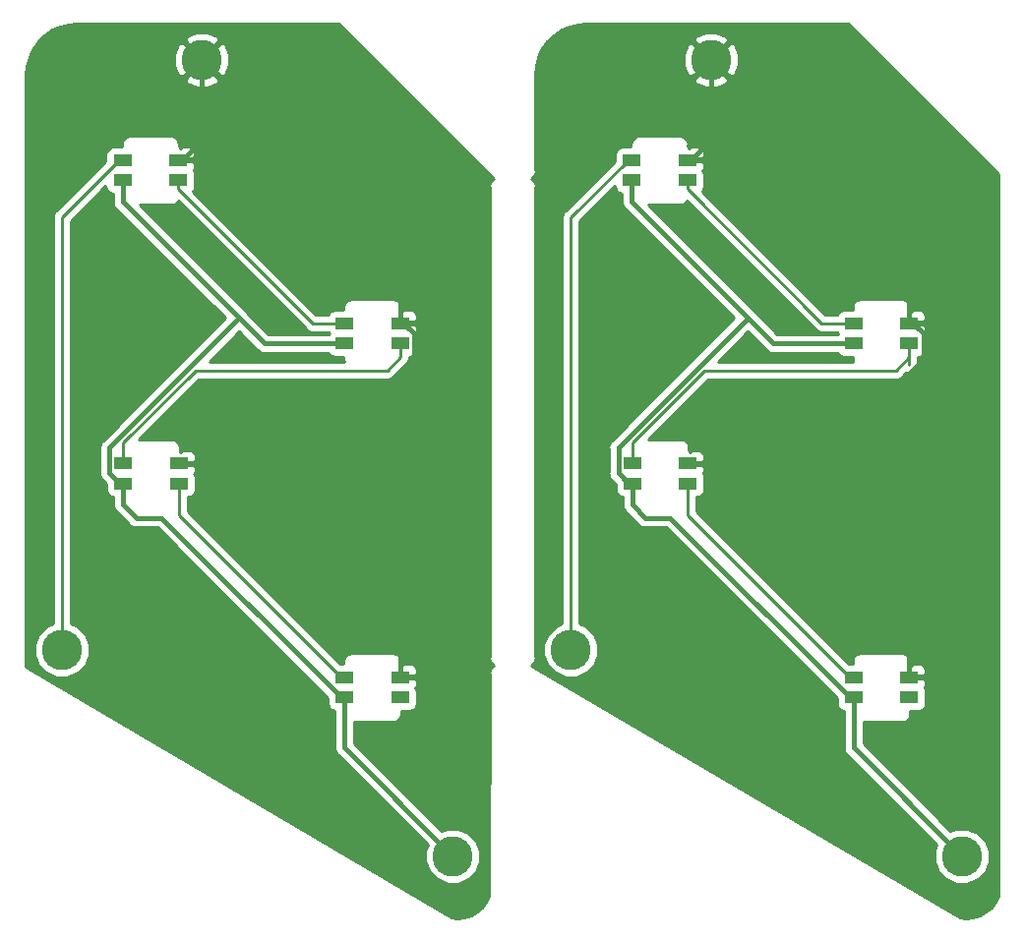
<source format=gbl>
G04 #@! TF.GenerationSoftware,KiCad,Pcbnew,5.0.2-bee76a0~70~ubuntu18.04.1*
G04 #@! TF.CreationDate,2019-07-23T02:31:20+09:00*
G04 #@! TF.ProjectId,shieldL,73686965-6c64-44c2-9e6b-696361645f70,rev?*
G04 #@! TF.SameCoordinates,Original*
G04 #@! TF.FileFunction,Copper,L2,Bot*
G04 #@! TF.FilePolarity,Positive*
%FSLAX46Y46*%
G04 Gerber Fmt 4.6, Leading zero omitted, Abs format (unit mm)*
G04 Created by KiCad (PCBNEW 5.0.2-bee76a0~70~ubuntu18.04.1) date 2019年07月23日 02時31分20秒*
%MOMM*%
%LPD*%
G01*
G04 APERTURE LIST*
G04 #@! TA.AperFunction,SMDPad,CuDef*
%ADD10R,1.600000X1.000000*%
G04 #@! TD*
G04 #@! TA.AperFunction,ComponentPad*
%ADD11C,3.470000*%
G04 #@! TD*
G04 #@! TA.AperFunction,ViaPad*
%ADD12C,0.800000*%
G04 #@! TD*
G04 #@! TA.AperFunction,Conductor*
%ADD13C,0.400000*%
G04 #@! TD*
G04 #@! TA.AperFunction,Conductor*
%ADD14C,0.250000*%
G04 #@! TD*
G04 #@! TA.AperFunction,Conductor*
%ADD15C,0.254000*%
G04 #@! TD*
G04 APERTURE END LIST*
D10*
G04 #@! TO.P,L4,2*
G04 #@! TO.N,GND*
X132575000Y-162320000D03*
G04 #@! TO.P,L4,1*
G04 #@! TO.N,Net-(L4-Pad1)*
X132575000Y-164070000D03*
G04 #@! TO.P,L4,4*
G04 #@! TO.N,VCC*
X127775000Y-164070000D03*
G04 #@! TO.P,L4,3*
G04 #@! TO.N,Net-(L3-Pad1)*
X127775000Y-162320000D03*
G04 #@! TD*
D11*
G04 #@! TO.P,J5,1*
G04 #@! TO.N,GND*
X115516029Y-109146055D03*
G04 #@! TD*
D10*
G04 #@! TO.P,L3,2*
G04 #@! TO.N,GND*
X113525000Y-143905000D03*
G04 #@! TO.P,L3,1*
G04 #@! TO.N,Net-(L3-Pad1)*
X113525000Y-145655000D03*
G04 #@! TO.P,L3,4*
G04 #@! TO.N,VCC*
X108725000Y-145655000D03*
G04 #@! TO.P,L3,3*
G04 #@! TO.N,Net-(L2-Pad1)*
X108725000Y-143905000D03*
G04 #@! TD*
D11*
G04 #@! TO.P,J3,1*
G04 #@! TO.N,LED*
X103451029Y-159946055D03*
G04 #@! TD*
D10*
G04 #@! TO.P,L1,2*
G04 #@! TO.N,GND*
X113471029Y-117796055D03*
G04 #@! TO.P,L1,1*
G04 #@! TO.N,Net-(L1-Pad1)*
X113471029Y-119546055D03*
G04 #@! TO.P,L1,4*
G04 #@! TO.N,VCC*
X108671029Y-119546055D03*
G04 #@! TO.P,L1,3*
G04 #@! TO.N,LED*
X108671029Y-117796055D03*
G04 #@! TD*
G04 #@! TO.P,L2,2*
G04 #@! TO.N,GND*
X132575000Y-131840000D03*
G04 #@! TO.P,L2,1*
G04 #@! TO.N,Net-(L2-Pad1)*
X132575000Y-133590000D03*
G04 #@! TO.P,L2,4*
G04 #@! TO.N,VCC*
X127775000Y-133590000D03*
G04 #@! TO.P,L2,3*
G04 #@! TO.N,Net-(L1-Pad1)*
X127775000Y-131840000D03*
G04 #@! TD*
D11*
G04 #@! TO.P,J4,1*
G04 #@! TO.N,VCC*
X137106029Y-177726055D03*
G04 #@! TD*
D10*
G04 #@! TO.P,L3,3*
G04 #@! TO.N,Net-(L2-Pad1)*
X64910000Y-143905000D03*
G04 #@! TO.P,L3,4*
G04 #@! TO.N,VCC*
X64910000Y-145655000D03*
G04 #@! TO.P,L3,1*
G04 #@! TO.N,Net-(L3-Pad1)*
X69710000Y-145655000D03*
G04 #@! TO.P,L3,2*
G04 #@! TO.N,GND*
X69710000Y-143905000D03*
G04 #@! TD*
G04 #@! TO.P,L4,3*
G04 #@! TO.N,Net-(L3-Pad1)*
X83960000Y-162320000D03*
G04 #@! TO.P,L4,4*
G04 #@! TO.N,VCC*
X83960000Y-164070000D03*
G04 #@! TO.P,L4,1*
G04 #@! TO.N,Net-(L4-Pad1)*
X88760000Y-164070000D03*
G04 #@! TO.P,L4,2*
G04 #@! TO.N,GND*
X88760000Y-162320000D03*
G04 #@! TD*
G04 #@! TO.P,L2,3*
G04 #@! TO.N,Net-(L1-Pad1)*
X83960000Y-131840000D03*
G04 #@! TO.P,L2,4*
G04 #@! TO.N,VCC*
X83960000Y-133590000D03*
G04 #@! TO.P,L2,1*
G04 #@! TO.N,Net-(L2-Pad1)*
X88760000Y-133590000D03*
G04 #@! TO.P,L2,2*
G04 #@! TO.N,GND*
X88760000Y-131840000D03*
G04 #@! TD*
G04 #@! TO.P,L1,3*
G04 #@! TO.N,LED*
X64856029Y-117796055D03*
G04 #@! TO.P,L1,4*
G04 #@! TO.N,VCC*
X64856029Y-119546055D03*
G04 #@! TO.P,L1,1*
G04 #@! TO.N,Net-(L1-Pad1)*
X69656029Y-119546055D03*
G04 #@! TO.P,L1,2*
G04 #@! TO.N,GND*
X69656029Y-117796055D03*
G04 #@! TD*
D11*
G04 #@! TO.P,J3,1*
G04 #@! TO.N,LED*
X59636029Y-159946055D03*
G04 #@! TD*
G04 #@! TO.P,J5,1*
G04 #@! TO.N,GND*
X71701029Y-109146055D03*
G04 #@! TD*
G04 #@! TO.P,J4,1*
G04 #@! TO.N,VCC*
X93291029Y-177726055D03*
G04 #@! TD*
D12*
G04 #@! TO.N,GND*
X74930000Y-133985000D03*
X73025000Y-127000000D03*
X118745000Y-133985000D03*
X116840000Y-127000000D03*
G04 #@! TD*
D13*
G04 #@! TO.N,VCC*
X83960000Y-164970000D02*
X83960000Y-164070000D01*
X83960000Y-168395026D02*
X83960000Y-164970000D01*
X93291029Y-177726055D02*
X83960000Y-168395026D01*
X83960000Y-164070000D02*
X83660000Y-164070000D01*
X83660000Y-164070000D02*
X68180000Y-148590000D01*
X68180000Y-148590000D02*
X66040000Y-148590000D01*
X64910000Y-147460000D02*
X64910000Y-145655000D01*
X66040000Y-148590000D02*
X64910000Y-147460000D01*
X64856029Y-121371029D02*
X64856029Y-119546055D01*
X83960000Y-133590000D02*
X77075000Y-133590000D01*
X74822524Y-131445000D02*
X74930000Y-131445000D01*
X63710000Y-142557524D02*
X74822524Y-131445000D01*
X63710000Y-144755000D02*
X63710000Y-142557524D01*
X64610000Y-145655000D02*
X63710000Y-144755000D01*
X64910000Y-145655000D02*
X64610000Y-145655000D01*
X77075000Y-133590000D02*
X74930000Y-131445000D01*
X74930000Y-131445000D02*
X64856029Y-121371029D01*
X107525000Y-142557524D02*
X118637524Y-131445000D01*
X127775000Y-164970000D02*
X127775000Y-164070000D01*
X127475000Y-164070000D02*
X111995000Y-148590000D01*
X120890000Y-133590000D02*
X118745000Y-131445000D01*
X137106029Y-177726055D02*
X127775000Y-168395026D01*
X111995000Y-148590000D02*
X109855000Y-148590000D01*
X127775000Y-164070000D02*
X127475000Y-164070000D01*
X109855000Y-148590000D02*
X108725000Y-147460000D01*
X107525000Y-144755000D02*
X107525000Y-142557524D01*
X118637524Y-131445000D02*
X118745000Y-131445000D01*
X108425000Y-145655000D02*
X107525000Y-144755000D01*
X108671029Y-121371029D02*
X108671029Y-119546055D01*
X108725000Y-145655000D02*
X108425000Y-145655000D01*
X108725000Y-147460000D02*
X108725000Y-145655000D01*
X127775000Y-168395026D02*
X127775000Y-164970000D01*
X118745000Y-131445000D02*
X108671029Y-121371029D01*
X127775000Y-133590000D02*
X120890000Y-133590000D01*
D14*
G04 #@! TO.N,LED*
X64556029Y-117796055D02*
X64856029Y-117796055D01*
X59636029Y-122716055D02*
X64556029Y-117796055D01*
X59636029Y-159946055D02*
X59636029Y-122716055D01*
X103451029Y-122716055D02*
X108371029Y-117796055D01*
X103451029Y-159946055D02*
X103451029Y-122716055D01*
X108371029Y-117796055D02*
X108671029Y-117796055D01*
G04 #@! TO.N,Net-(L1-Pad1)*
X82910000Y-131840000D02*
X83960000Y-131840000D01*
X81199974Y-131840000D02*
X82910000Y-131840000D01*
X69656029Y-120296055D02*
X81199974Y-131840000D01*
X69656029Y-119546055D02*
X69656029Y-120296055D01*
X126725000Y-131840000D02*
X127775000Y-131840000D01*
X113471029Y-120296055D02*
X125014974Y-131840000D01*
X125014974Y-131840000D02*
X126725000Y-131840000D01*
X113471029Y-119546055D02*
X113471029Y-120296055D01*
D13*
G04 #@! TO.N,GND*
X69956029Y-117796055D02*
X69656029Y-117796055D01*
X71701029Y-116051055D02*
X69956029Y-117796055D01*
X71701029Y-109146055D02*
X71701029Y-116051055D01*
X88760000Y-131840000D02*
X88760000Y-130035000D01*
X73446029Y-117796055D02*
X71701029Y-116051055D01*
X76521055Y-117796055D02*
X73446029Y-117796055D01*
X88760000Y-130035000D02*
X76521055Y-117796055D01*
X89060000Y-131840000D02*
X88760000Y-131840000D01*
X89960000Y-132740000D02*
X89060000Y-131840000D01*
X89960001Y-134937475D02*
X89960000Y-132740000D01*
X80992476Y-143905000D02*
X89960001Y-134937475D01*
X69710000Y-143905000D02*
X80992476Y-143905000D01*
X80992476Y-143905000D02*
X80992476Y-152747476D01*
X88760000Y-160515000D02*
X88760000Y-162320000D01*
X80992476Y-152747476D02*
X88760000Y-160515000D01*
X115516029Y-109146055D02*
X115516029Y-116051055D01*
X113771029Y-117796055D02*
X113471029Y-117796055D01*
X132575000Y-130035000D02*
X120336055Y-117796055D01*
X120336055Y-117796055D02*
X117261029Y-117796055D01*
X124807476Y-143905000D02*
X124807476Y-152747476D01*
X124807476Y-152747476D02*
X132575000Y-160515000D01*
X132875000Y-131840000D02*
X132575000Y-131840000D01*
X133775001Y-134937475D02*
X133775000Y-132740000D01*
X113525000Y-143905000D02*
X124807476Y-143905000D01*
X117261029Y-117796055D02*
X115516029Y-116051055D01*
X124807476Y-143905000D02*
X133775001Y-134937475D01*
X133775000Y-132740000D02*
X132875000Y-131840000D01*
X132575000Y-131840000D02*
X132575000Y-130035000D01*
X115516029Y-116051055D02*
X113771029Y-117796055D01*
X132575000Y-160515000D02*
X132575000Y-162320000D01*
D14*
G04 #@! TO.N,Net-(L2-Pad1)*
X88760000Y-133590000D02*
X88760000Y-134620000D01*
X64910000Y-142100000D02*
X64910000Y-143905000D01*
X71120000Y-135890000D02*
X64910000Y-142100000D01*
X87630000Y-135890000D02*
X71120000Y-135890000D01*
X88760000Y-134620000D02*
X88760000Y-134760000D01*
X88760000Y-134760000D02*
X87630000Y-135890000D01*
X132575000Y-134620000D02*
X132575000Y-135395000D01*
X132575000Y-133590000D02*
X132575000Y-134620000D01*
X108725000Y-142100000D02*
X108725000Y-143905000D01*
X114935000Y-135890000D02*
X108725000Y-142100000D01*
X131445000Y-135890000D02*
X114935000Y-135890000D01*
X132575000Y-134620000D02*
X132575000Y-134760000D01*
X132575000Y-134760000D02*
X131445000Y-135890000D01*
G04 #@! TO.N,Net-(L3-Pad1)*
X83660000Y-162320000D02*
X83960000Y-162320000D01*
X69710000Y-148370000D02*
X83660000Y-162320000D01*
X69710000Y-145655000D02*
X69710000Y-148370000D01*
X113525000Y-148370000D02*
X127475000Y-162320000D01*
X127475000Y-162320000D02*
X127775000Y-162320000D01*
X113525000Y-145655000D02*
X113525000Y-148370000D01*
G04 #@! TD*
D15*
G04 #@! TO.N,GND*
G36*
X96512475Y-119106357D02*
X96625095Y-119274905D01*
X96782381Y-119380000D01*
X96625095Y-119485095D01*
X96462646Y-119728217D01*
X96405601Y-120015000D01*
X96445001Y-120213076D01*
X96445000Y-160585074D01*
X96431091Y-160655000D01*
X96486195Y-160932028D01*
X96643119Y-161166881D01*
X96827379Y-161290000D01*
X96761035Y-161334330D01*
X96644549Y-161411695D01*
X96643977Y-161412546D01*
X96643119Y-161413119D01*
X96564954Y-161530101D01*
X96486971Y-161646109D01*
X96486768Y-161647114D01*
X96486195Y-161647972D01*
X96458798Y-161785706D01*
X96445198Y-161853095D01*
X96445195Y-161854093D01*
X96431091Y-161925000D01*
X96444805Y-161993947D01*
X96391425Y-181138939D01*
X96168258Y-181630114D01*
X95808119Y-182117971D01*
X95354418Y-182520292D01*
X94826988Y-182819488D01*
X94248879Y-183002487D01*
X93644287Y-183061396D01*
X93139035Y-183005930D01*
X56536029Y-161445256D01*
X56536029Y-159474633D01*
X57266029Y-159474633D01*
X57266029Y-160417477D01*
X57626840Y-161288552D01*
X58293532Y-161955244D01*
X59164607Y-162316055D01*
X60107451Y-162316055D01*
X60978526Y-161955244D01*
X61645218Y-161288552D01*
X62006029Y-160417477D01*
X62006029Y-159474633D01*
X61645218Y-158603558D01*
X60978526Y-157936866D01*
X60396029Y-157695588D01*
X60396029Y-123030856D01*
X63408589Y-120018297D01*
X63408589Y-120046055D01*
X63457872Y-120293820D01*
X63598220Y-120503864D01*
X63808264Y-120644212D01*
X64021029Y-120686533D01*
X64021029Y-121288796D01*
X64004672Y-121371029D01*
X64021029Y-121453262D01*
X64021029Y-121453265D01*
X64069477Y-121696829D01*
X64254028Y-121973030D01*
X64323749Y-122019616D01*
X73695394Y-131391262D01*
X63177718Y-141908939D01*
X63108000Y-141955523D01*
X63061416Y-142025241D01*
X62923448Y-142231724D01*
X62858643Y-142557524D01*
X62875001Y-142639762D01*
X62875000Y-144672767D01*
X62858643Y-144755000D01*
X62875000Y-144837233D01*
X62875000Y-144837236D01*
X62923448Y-145080800D01*
X63107999Y-145357001D01*
X63177720Y-145403587D01*
X63462560Y-145688427D01*
X63462560Y-146155000D01*
X63511843Y-146402765D01*
X63652191Y-146612809D01*
X63862235Y-146753157D01*
X64075000Y-146795478D01*
X64075000Y-147377767D01*
X64058643Y-147460000D01*
X64075000Y-147542233D01*
X64075000Y-147542236D01*
X64123448Y-147785800D01*
X64307999Y-148062001D01*
X64377720Y-148108587D01*
X65391416Y-149122285D01*
X65437999Y-149192001D01*
X65714199Y-149376552D01*
X65957763Y-149425000D01*
X65957766Y-149425000D01*
X66039999Y-149441357D01*
X66122232Y-149425000D01*
X67834133Y-149425000D01*
X82512560Y-164103428D01*
X82512560Y-164570000D01*
X82561843Y-164817765D01*
X82702191Y-165027809D01*
X82912235Y-165168157D01*
X83125001Y-165210478D01*
X83125000Y-168312793D01*
X83108643Y-168395026D01*
X83125000Y-168477259D01*
X83125000Y-168477262D01*
X83173448Y-168720826D01*
X83357999Y-168997027D01*
X83427720Y-169043613D01*
X91131241Y-176747135D01*
X90921029Y-177254633D01*
X90921029Y-178197477D01*
X91281840Y-179068552D01*
X91948532Y-179735244D01*
X92819607Y-180096055D01*
X93762451Y-180096055D01*
X94633526Y-179735244D01*
X95300218Y-179068552D01*
X95661029Y-178197477D01*
X95661029Y-177254633D01*
X95300218Y-176383558D01*
X94633526Y-175716866D01*
X93762451Y-175356055D01*
X92819607Y-175356055D01*
X92312109Y-175566267D01*
X84795000Y-168049159D01*
X84795000Y-166155000D01*
X88040074Y-166155000D01*
X88110000Y-166168909D01*
X88179925Y-166155000D01*
X88179926Y-166155000D01*
X88387028Y-166113805D01*
X88621881Y-165956881D01*
X88778805Y-165722028D01*
X88833909Y-165445000D01*
X88820000Y-165375074D01*
X88820000Y-165217440D01*
X89560000Y-165217440D01*
X89807765Y-165168157D01*
X90017809Y-165027809D01*
X90158157Y-164817765D01*
X90207440Y-164570000D01*
X90207440Y-163570000D01*
X90158157Y-163322235D01*
X90077100Y-163200926D01*
X90098327Y-163179699D01*
X90195000Y-162946310D01*
X90195000Y-162605750D01*
X90036250Y-162447000D01*
X88887000Y-162447000D01*
X88887000Y-162467000D01*
X88820000Y-162467000D01*
X88820000Y-162173000D01*
X88887000Y-162173000D01*
X88887000Y-162193000D01*
X90036250Y-162193000D01*
X90195000Y-162034250D01*
X90195000Y-161693690D01*
X90098327Y-161460301D01*
X89919698Y-161281673D01*
X89686309Y-161185000D01*
X89045750Y-161185000D01*
X88887002Y-161343748D01*
X88887002Y-161185000D01*
X88820000Y-161185000D01*
X88820000Y-161014926D01*
X88833909Y-160945000D01*
X88778805Y-160667972D01*
X88621881Y-160433119D01*
X88387028Y-160276195D01*
X88179926Y-160235000D01*
X88110000Y-160221091D01*
X88040075Y-160235000D01*
X84679926Y-160235000D01*
X84610000Y-160221091D01*
X84540075Y-160235000D01*
X84540074Y-160235000D01*
X84332972Y-160276195D01*
X84098119Y-160433119D01*
X83941195Y-160667972D01*
X83886091Y-160945000D01*
X83900001Y-161014931D01*
X83900001Y-161172560D01*
X83587362Y-161172560D01*
X70470000Y-148055199D01*
X70470000Y-146802440D01*
X70510000Y-146802440D01*
X70757765Y-146753157D01*
X70967809Y-146612809D01*
X71108157Y-146402765D01*
X71157440Y-146155000D01*
X71157440Y-145155000D01*
X71108157Y-144907235D01*
X71027100Y-144785926D01*
X71048327Y-144764699D01*
X71145000Y-144531310D01*
X71145000Y-144190750D01*
X70986250Y-144032000D01*
X69837000Y-144032000D01*
X69837000Y-144052000D01*
X69770000Y-144052000D01*
X69770000Y-143758000D01*
X69837000Y-143758000D01*
X69837000Y-143778000D01*
X70986250Y-143778000D01*
X71145000Y-143619250D01*
X71145000Y-143278690D01*
X71048327Y-143045301D01*
X70869698Y-142866673D01*
X70636309Y-142770000D01*
X69995750Y-142770000D01*
X69837002Y-142928748D01*
X69837002Y-142770000D01*
X69770000Y-142770000D01*
X69770000Y-142599926D01*
X69783909Y-142530000D01*
X69728805Y-142252972D01*
X69571881Y-142018119D01*
X69337028Y-141861195D01*
X69129926Y-141820000D01*
X69060000Y-141806091D01*
X68990075Y-141820000D01*
X66264801Y-141820000D01*
X71434802Y-136650000D01*
X87555153Y-136650000D01*
X87630000Y-136664888D01*
X87704847Y-136650000D01*
X87704852Y-136650000D01*
X87926537Y-136605904D01*
X88177929Y-136437929D01*
X88220331Y-136374470D01*
X89244475Y-135350327D01*
X89307929Y-135307929D01*
X89350326Y-135244477D01*
X89350329Y-135244474D01*
X89475903Y-135056538D01*
X89475903Y-135056537D01*
X89475904Y-135056536D01*
X89520000Y-134834851D01*
X89520000Y-134834848D01*
X89534888Y-134760001D01*
X89530400Y-134737440D01*
X89560000Y-134737440D01*
X89807765Y-134688157D01*
X90017809Y-134547809D01*
X90158157Y-134337765D01*
X90207440Y-134090000D01*
X90207440Y-133090000D01*
X90158157Y-132842235D01*
X90077100Y-132720926D01*
X90098327Y-132699699D01*
X90195000Y-132466310D01*
X90195000Y-132125750D01*
X90036250Y-131967000D01*
X88887000Y-131967000D01*
X88887000Y-131987000D01*
X88820000Y-131987000D01*
X88820000Y-131693000D01*
X88887000Y-131693000D01*
X88887000Y-131713000D01*
X90036250Y-131713000D01*
X90195000Y-131554250D01*
X90195000Y-131213690D01*
X90098327Y-130980301D01*
X89919698Y-130801673D01*
X89686309Y-130705000D01*
X89045750Y-130705000D01*
X88887002Y-130863748D01*
X88887002Y-130705000D01*
X88820000Y-130705000D01*
X88820000Y-130534926D01*
X88833909Y-130465000D01*
X88778805Y-130187972D01*
X88621881Y-129953119D01*
X88387028Y-129796195D01*
X88179926Y-129755000D01*
X88110000Y-129741091D01*
X88040075Y-129755000D01*
X84679926Y-129755000D01*
X84610000Y-129741091D01*
X84540075Y-129755000D01*
X84540074Y-129755000D01*
X84332972Y-129796195D01*
X84098119Y-129953119D01*
X83941195Y-130187972D01*
X83886091Y-130465000D01*
X83900001Y-130534931D01*
X83900001Y-130692560D01*
X83160000Y-130692560D01*
X82912235Y-130741843D01*
X82702191Y-130882191D01*
X82570018Y-131080000D01*
X81514776Y-131080000D01*
X70923772Y-120488997D01*
X71054186Y-120293820D01*
X71103469Y-120046055D01*
X71103469Y-119046055D01*
X71054186Y-118798290D01*
X70973129Y-118676981D01*
X70994356Y-118655754D01*
X71091029Y-118422365D01*
X71091029Y-118081805D01*
X70932279Y-117923055D01*
X69783029Y-117923055D01*
X69783029Y-117943055D01*
X69716029Y-117943055D01*
X69716029Y-117649055D01*
X69783029Y-117649055D01*
X69783029Y-117669055D01*
X70932279Y-117669055D01*
X71091029Y-117510305D01*
X71091029Y-117169745D01*
X70994356Y-116936356D01*
X70815727Y-116757728D01*
X70582338Y-116661055D01*
X69941779Y-116661055D01*
X69783031Y-116819803D01*
X69783031Y-116661055D01*
X69716029Y-116661055D01*
X69716029Y-116490981D01*
X69729938Y-116421055D01*
X69674834Y-116144027D01*
X69517910Y-115909174D01*
X69283057Y-115752250D01*
X69075955Y-115711055D01*
X69006029Y-115697146D01*
X68936104Y-115711055D01*
X65575955Y-115711055D01*
X65506029Y-115697146D01*
X65436104Y-115711055D01*
X65436103Y-115711055D01*
X65229001Y-115752250D01*
X64994148Y-115909174D01*
X64837224Y-116144027D01*
X64782120Y-116421055D01*
X64796030Y-116490986D01*
X64796030Y-116648615D01*
X64056029Y-116648615D01*
X63808264Y-116697898D01*
X63598220Y-116838246D01*
X63457872Y-117048290D01*
X63408589Y-117296055D01*
X63408589Y-117868693D01*
X59151557Y-122125726D01*
X59088101Y-122168126D01*
X59045701Y-122231582D01*
X59045700Y-122231583D01*
X58920126Y-122419518D01*
X58861141Y-122716055D01*
X58876030Y-122790907D01*
X58876029Y-157695588D01*
X58293532Y-157936866D01*
X57626840Y-158603558D01*
X57266029Y-159474633D01*
X56536029Y-159474633D01*
X56536029Y-110829751D01*
X70196938Y-110829751D01*
X70385395Y-111172936D01*
X71261195Y-111522120D01*
X72203956Y-111509569D01*
X73016663Y-111172936D01*
X73205120Y-110829751D01*
X71701029Y-109325660D01*
X70196938Y-110829751D01*
X56536029Y-110829751D01*
X56536029Y-110447673D01*
X56607871Y-109642697D01*
X56812752Y-108893778D01*
X56902212Y-108706221D01*
X69324964Y-108706221D01*
X69337515Y-109648982D01*
X69674148Y-110461689D01*
X70017333Y-110650146D01*
X71521424Y-109146055D01*
X71880634Y-109146055D01*
X73384725Y-110650146D01*
X73727910Y-110461689D01*
X74077094Y-109585889D01*
X74064543Y-108643128D01*
X73727910Y-107830421D01*
X73384725Y-107641964D01*
X71880634Y-109146055D01*
X71521424Y-109146055D01*
X70017333Y-107641964D01*
X69674148Y-107830421D01*
X69324964Y-108706221D01*
X56902212Y-108706221D01*
X57147015Y-108192983D01*
X57600098Y-107562450D01*
X57703383Y-107462359D01*
X70196938Y-107462359D01*
X71701029Y-108966450D01*
X73205120Y-107462359D01*
X73016663Y-107119174D01*
X72140863Y-106769990D01*
X71198102Y-106782541D01*
X70385395Y-107119174D01*
X70196938Y-107462359D01*
X57703383Y-107462359D01*
X58157674Y-107022121D01*
X58802128Y-106589066D01*
X59513073Y-106276982D01*
X60273522Y-106094415D01*
X60932060Y-106046055D01*
X83471628Y-106046055D01*
X96512475Y-119106357D01*
X96512475Y-119106357D01*
G37*
X96512475Y-119106357D02*
X96625095Y-119274905D01*
X96782381Y-119380000D01*
X96625095Y-119485095D01*
X96462646Y-119728217D01*
X96405601Y-120015000D01*
X96445001Y-120213076D01*
X96445000Y-160585074D01*
X96431091Y-160655000D01*
X96486195Y-160932028D01*
X96643119Y-161166881D01*
X96827379Y-161290000D01*
X96761035Y-161334330D01*
X96644549Y-161411695D01*
X96643977Y-161412546D01*
X96643119Y-161413119D01*
X96564954Y-161530101D01*
X96486971Y-161646109D01*
X96486768Y-161647114D01*
X96486195Y-161647972D01*
X96458798Y-161785706D01*
X96445198Y-161853095D01*
X96445195Y-161854093D01*
X96431091Y-161925000D01*
X96444805Y-161993947D01*
X96391425Y-181138939D01*
X96168258Y-181630114D01*
X95808119Y-182117971D01*
X95354418Y-182520292D01*
X94826988Y-182819488D01*
X94248879Y-183002487D01*
X93644287Y-183061396D01*
X93139035Y-183005930D01*
X56536029Y-161445256D01*
X56536029Y-159474633D01*
X57266029Y-159474633D01*
X57266029Y-160417477D01*
X57626840Y-161288552D01*
X58293532Y-161955244D01*
X59164607Y-162316055D01*
X60107451Y-162316055D01*
X60978526Y-161955244D01*
X61645218Y-161288552D01*
X62006029Y-160417477D01*
X62006029Y-159474633D01*
X61645218Y-158603558D01*
X60978526Y-157936866D01*
X60396029Y-157695588D01*
X60396029Y-123030856D01*
X63408589Y-120018297D01*
X63408589Y-120046055D01*
X63457872Y-120293820D01*
X63598220Y-120503864D01*
X63808264Y-120644212D01*
X64021029Y-120686533D01*
X64021029Y-121288796D01*
X64004672Y-121371029D01*
X64021029Y-121453262D01*
X64021029Y-121453265D01*
X64069477Y-121696829D01*
X64254028Y-121973030D01*
X64323749Y-122019616D01*
X73695394Y-131391262D01*
X63177718Y-141908939D01*
X63108000Y-141955523D01*
X63061416Y-142025241D01*
X62923448Y-142231724D01*
X62858643Y-142557524D01*
X62875001Y-142639762D01*
X62875000Y-144672767D01*
X62858643Y-144755000D01*
X62875000Y-144837233D01*
X62875000Y-144837236D01*
X62923448Y-145080800D01*
X63107999Y-145357001D01*
X63177720Y-145403587D01*
X63462560Y-145688427D01*
X63462560Y-146155000D01*
X63511843Y-146402765D01*
X63652191Y-146612809D01*
X63862235Y-146753157D01*
X64075000Y-146795478D01*
X64075000Y-147377767D01*
X64058643Y-147460000D01*
X64075000Y-147542233D01*
X64075000Y-147542236D01*
X64123448Y-147785800D01*
X64307999Y-148062001D01*
X64377720Y-148108587D01*
X65391416Y-149122285D01*
X65437999Y-149192001D01*
X65714199Y-149376552D01*
X65957763Y-149425000D01*
X65957766Y-149425000D01*
X66039999Y-149441357D01*
X66122232Y-149425000D01*
X67834133Y-149425000D01*
X82512560Y-164103428D01*
X82512560Y-164570000D01*
X82561843Y-164817765D01*
X82702191Y-165027809D01*
X82912235Y-165168157D01*
X83125001Y-165210478D01*
X83125000Y-168312793D01*
X83108643Y-168395026D01*
X83125000Y-168477259D01*
X83125000Y-168477262D01*
X83173448Y-168720826D01*
X83357999Y-168997027D01*
X83427720Y-169043613D01*
X91131241Y-176747135D01*
X90921029Y-177254633D01*
X90921029Y-178197477D01*
X91281840Y-179068552D01*
X91948532Y-179735244D01*
X92819607Y-180096055D01*
X93762451Y-180096055D01*
X94633526Y-179735244D01*
X95300218Y-179068552D01*
X95661029Y-178197477D01*
X95661029Y-177254633D01*
X95300218Y-176383558D01*
X94633526Y-175716866D01*
X93762451Y-175356055D01*
X92819607Y-175356055D01*
X92312109Y-175566267D01*
X84795000Y-168049159D01*
X84795000Y-166155000D01*
X88040074Y-166155000D01*
X88110000Y-166168909D01*
X88179925Y-166155000D01*
X88179926Y-166155000D01*
X88387028Y-166113805D01*
X88621881Y-165956881D01*
X88778805Y-165722028D01*
X88833909Y-165445000D01*
X88820000Y-165375074D01*
X88820000Y-165217440D01*
X89560000Y-165217440D01*
X89807765Y-165168157D01*
X90017809Y-165027809D01*
X90158157Y-164817765D01*
X90207440Y-164570000D01*
X90207440Y-163570000D01*
X90158157Y-163322235D01*
X90077100Y-163200926D01*
X90098327Y-163179699D01*
X90195000Y-162946310D01*
X90195000Y-162605750D01*
X90036250Y-162447000D01*
X88887000Y-162447000D01*
X88887000Y-162467000D01*
X88820000Y-162467000D01*
X88820000Y-162173000D01*
X88887000Y-162173000D01*
X88887000Y-162193000D01*
X90036250Y-162193000D01*
X90195000Y-162034250D01*
X90195000Y-161693690D01*
X90098327Y-161460301D01*
X89919698Y-161281673D01*
X89686309Y-161185000D01*
X89045750Y-161185000D01*
X88887002Y-161343748D01*
X88887002Y-161185000D01*
X88820000Y-161185000D01*
X88820000Y-161014926D01*
X88833909Y-160945000D01*
X88778805Y-160667972D01*
X88621881Y-160433119D01*
X88387028Y-160276195D01*
X88179926Y-160235000D01*
X88110000Y-160221091D01*
X88040075Y-160235000D01*
X84679926Y-160235000D01*
X84610000Y-160221091D01*
X84540075Y-160235000D01*
X84540074Y-160235000D01*
X84332972Y-160276195D01*
X84098119Y-160433119D01*
X83941195Y-160667972D01*
X83886091Y-160945000D01*
X83900001Y-161014931D01*
X83900001Y-161172560D01*
X83587362Y-161172560D01*
X70470000Y-148055199D01*
X70470000Y-146802440D01*
X70510000Y-146802440D01*
X70757765Y-146753157D01*
X70967809Y-146612809D01*
X71108157Y-146402765D01*
X71157440Y-146155000D01*
X71157440Y-145155000D01*
X71108157Y-144907235D01*
X71027100Y-144785926D01*
X71048327Y-144764699D01*
X71145000Y-144531310D01*
X71145000Y-144190750D01*
X70986250Y-144032000D01*
X69837000Y-144032000D01*
X69837000Y-144052000D01*
X69770000Y-144052000D01*
X69770000Y-143758000D01*
X69837000Y-143758000D01*
X69837000Y-143778000D01*
X70986250Y-143778000D01*
X71145000Y-143619250D01*
X71145000Y-143278690D01*
X71048327Y-143045301D01*
X70869698Y-142866673D01*
X70636309Y-142770000D01*
X69995750Y-142770000D01*
X69837002Y-142928748D01*
X69837002Y-142770000D01*
X69770000Y-142770000D01*
X69770000Y-142599926D01*
X69783909Y-142530000D01*
X69728805Y-142252972D01*
X69571881Y-142018119D01*
X69337028Y-141861195D01*
X69129926Y-141820000D01*
X69060000Y-141806091D01*
X68990075Y-141820000D01*
X66264801Y-141820000D01*
X71434802Y-136650000D01*
X87555153Y-136650000D01*
X87630000Y-136664888D01*
X87704847Y-136650000D01*
X87704852Y-136650000D01*
X87926537Y-136605904D01*
X88177929Y-136437929D01*
X88220331Y-136374470D01*
X89244475Y-135350327D01*
X89307929Y-135307929D01*
X89350326Y-135244477D01*
X89350329Y-135244474D01*
X89475903Y-135056538D01*
X89475903Y-135056537D01*
X89475904Y-135056536D01*
X89520000Y-134834851D01*
X89520000Y-134834848D01*
X89534888Y-134760001D01*
X89530400Y-134737440D01*
X89560000Y-134737440D01*
X89807765Y-134688157D01*
X90017809Y-134547809D01*
X90158157Y-134337765D01*
X90207440Y-134090000D01*
X90207440Y-133090000D01*
X90158157Y-132842235D01*
X90077100Y-132720926D01*
X90098327Y-132699699D01*
X90195000Y-132466310D01*
X90195000Y-132125750D01*
X90036250Y-131967000D01*
X88887000Y-131967000D01*
X88887000Y-131987000D01*
X88820000Y-131987000D01*
X88820000Y-131693000D01*
X88887000Y-131693000D01*
X88887000Y-131713000D01*
X90036250Y-131713000D01*
X90195000Y-131554250D01*
X90195000Y-131213690D01*
X90098327Y-130980301D01*
X89919698Y-130801673D01*
X89686309Y-130705000D01*
X89045750Y-130705000D01*
X88887002Y-130863748D01*
X88887002Y-130705000D01*
X88820000Y-130705000D01*
X88820000Y-130534926D01*
X88833909Y-130465000D01*
X88778805Y-130187972D01*
X88621881Y-129953119D01*
X88387028Y-129796195D01*
X88179926Y-129755000D01*
X88110000Y-129741091D01*
X88040075Y-129755000D01*
X84679926Y-129755000D01*
X84610000Y-129741091D01*
X84540075Y-129755000D01*
X84540074Y-129755000D01*
X84332972Y-129796195D01*
X84098119Y-129953119D01*
X83941195Y-130187972D01*
X83886091Y-130465000D01*
X83900001Y-130534931D01*
X83900001Y-130692560D01*
X83160000Y-130692560D01*
X82912235Y-130741843D01*
X82702191Y-130882191D01*
X82570018Y-131080000D01*
X81514776Y-131080000D01*
X70923772Y-120488997D01*
X71054186Y-120293820D01*
X71103469Y-120046055D01*
X71103469Y-119046055D01*
X71054186Y-118798290D01*
X70973129Y-118676981D01*
X70994356Y-118655754D01*
X71091029Y-118422365D01*
X71091029Y-118081805D01*
X70932279Y-117923055D01*
X69783029Y-117923055D01*
X69783029Y-117943055D01*
X69716029Y-117943055D01*
X69716029Y-117649055D01*
X69783029Y-117649055D01*
X69783029Y-117669055D01*
X70932279Y-117669055D01*
X71091029Y-117510305D01*
X71091029Y-117169745D01*
X70994356Y-116936356D01*
X70815727Y-116757728D01*
X70582338Y-116661055D01*
X69941779Y-116661055D01*
X69783031Y-116819803D01*
X69783031Y-116661055D01*
X69716029Y-116661055D01*
X69716029Y-116490981D01*
X69729938Y-116421055D01*
X69674834Y-116144027D01*
X69517910Y-115909174D01*
X69283057Y-115752250D01*
X69075955Y-115711055D01*
X69006029Y-115697146D01*
X68936104Y-115711055D01*
X65575955Y-115711055D01*
X65506029Y-115697146D01*
X65436104Y-115711055D01*
X65436103Y-115711055D01*
X65229001Y-115752250D01*
X64994148Y-115909174D01*
X64837224Y-116144027D01*
X64782120Y-116421055D01*
X64796030Y-116490986D01*
X64796030Y-116648615D01*
X64056029Y-116648615D01*
X63808264Y-116697898D01*
X63598220Y-116838246D01*
X63457872Y-117048290D01*
X63408589Y-117296055D01*
X63408589Y-117868693D01*
X59151557Y-122125726D01*
X59088101Y-122168126D01*
X59045701Y-122231582D01*
X59045700Y-122231583D01*
X58920126Y-122419518D01*
X58861141Y-122716055D01*
X58876030Y-122790907D01*
X58876029Y-157695588D01*
X58293532Y-157936866D01*
X57626840Y-158603558D01*
X57266029Y-159474633D01*
X56536029Y-159474633D01*
X56536029Y-110829751D01*
X70196938Y-110829751D01*
X70385395Y-111172936D01*
X71261195Y-111522120D01*
X72203956Y-111509569D01*
X73016663Y-111172936D01*
X73205120Y-110829751D01*
X71701029Y-109325660D01*
X70196938Y-110829751D01*
X56536029Y-110829751D01*
X56536029Y-110447673D01*
X56607871Y-109642697D01*
X56812752Y-108893778D01*
X56902212Y-108706221D01*
X69324964Y-108706221D01*
X69337515Y-109648982D01*
X69674148Y-110461689D01*
X70017333Y-110650146D01*
X71521424Y-109146055D01*
X71880634Y-109146055D01*
X73384725Y-110650146D01*
X73727910Y-110461689D01*
X74077094Y-109585889D01*
X74064543Y-108643128D01*
X73727910Y-107830421D01*
X73384725Y-107641964D01*
X71880634Y-109146055D01*
X71521424Y-109146055D01*
X70017333Y-107641964D01*
X69674148Y-107830421D01*
X69324964Y-108706221D01*
X56902212Y-108706221D01*
X57147015Y-108192983D01*
X57600098Y-107562450D01*
X57703383Y-107462359D01*
X70196938Y-107462359D01*
X71701029Y-108966450D01*
X73205120Y-107462359D01*
X73016663Y-107119174D01*
X72140863Y-106769990D01*
X71198102Y-106782541D01*
X70385395Y-107119174D01*
X70196938Y-107462359D01*
X57703383Y-107462359D01*
X58157674Y-107022121D01*
X58802128Y-106589066D01*
X59513073Y-106276982D01*
X60273522Y-106094415D01*
X60932060Y-106046055D01*
X83471628Y-106046055D01*
X96512475Y-119106357D01*
G36*
X76426415Y-134122283D02*
X76472999Y-134192001D01*
X76749199Y-134376552D01*
X76992763Y-134425000D01*
X76992766Y-134425000D01*
X77074999Y-134441357D01*
X77157232Y-134425000D01*
X82620132Y-134425000D01*
X82702191Y-134547809D01*
X82912235Y-134688157D01*
X83160000Y-134737440D01*
X83900000Y-134737440D01*
X83900000Y-134895074D01*
X83886091Y-134965000D01*
X83918911Y-135130000D01*
X72318392Y-135130000D01*
X74876262Y-132572130D01*
X76426415Y-134122283D01*
X76426415Y-134122283D01*
G37*
X76426415Y-134122283D02*
X76472999Y-134192001D01*
X76749199Y-134376552D01*
X76992763Y-134425000D01*
X76992766Y-134425000D01*
X77074999Y-134441357D01*
X77157232Y-134425000D01*
X82620132Y-134425000D01*
X82702191Y-134547809D01*
X82912235Y-134688157D01*
X83160000Y-134737440D01*
X83900000Y-134737440D01*
X83900000Y-134895074D01*
X83886091Y-134965000D01*
X83918911Y-135130000D01*
X72318392Y-135130000D01*
X74876262Y-132572130D01*
X76426415Y-134122283D01*
G36*
X80609645Y-132324473D02*
X80652045Y-132387929D01*
X80903437Y-132555904D01*
X81125122Y-132600000D01*
X81125126Y-132600000D01*
X81199974Y-132614888D01*
X81274822Y-132600000D01*
X82570018Y-132600000D01*
X82646859Y-132715000D01*
X82620132Y-132755000D01*
X77420868Y-132755000D01*
X75578587Y-130912720D01*
X75532001Y-130842999D01*
X75462285Y-130796416D01*
X66296922Y-121631055D01*
X68936103Y-121631055D01*
X69006029Y-121644964D01*
X69075954Y-121631055D01*
X69075955Y-121631055D01*
X69283057Y-121589860D01*
X69517910Y-121432936D01*
X69598099Y-121312926D01*
X80609645Y-132324473D01*
X80609645Y-132324473D01*
G37*
X80609645Y-132324473D02*
X80652045Y-132387929D01*
X80903437Y-132555904D01*
X81125122Y-132600000D01*
X81125126Y-132600000D01*
X81199974Y-132614888D01*
X81274822Y-132600000D01*
X82570018Y-132600000D01*
X82646859Y-132715000D01*
X82620132Y-132755000D01*
X77420868Y-132755000D01*
X75578587Y-130912720D01*
X75532001Y-130842999D01*
X75462285Y-130796416D01*
X66296922Y-121631055D01*
X68936103Y-121631055D01*
X69006029Y-121644964D01*
X69075954Y-121631055D01*
X69075955Y-121631055D01*
X69283057Y-121589860D01*
X69517910Y-121432936D01*
X69598099Y-121312926D01*
X80609645Y-132324473D01*
G36*
X140206030Y-118965148D02*
X140206029Y-181139812D01*
X139983258Y-181630114D01*
X139623119Y-182117971D01*
X139169418Y-182520292D01*
X138641988Y-182819488D01*
X138063879Y-183002487D01*
X137459287Y-183061396D01*
X136953723Y-183005895D01*
X100072456Y-161323299D01*
X100022621Y-161290000D01*
X100206881Y-161166881D01*
X100363805Y-160932028D01*
X100405000Y-160724926D01*
X100405000Y-160724925D01*
X100418909Y-160655000D01*
X100405000Y-160585074D01*
X100405000Y-159474633D01*
X101081029Y-159474633D01*
X101081029Y-160417477D01*
X101441840Y-161288552D01*
X102108532Y-161955244D01*
X102979607Y-162316055D01*
X103922451Y-162316055D01*
X104793526Y-161955244D01*
X105460218Y-161288552D01*
X105821029Y-160417477D01*
X105821029Y-159474633D01*
X105460218Y-158603558D01*
X104793526Y-157936866D01*
X104211029Y-157695588D01*
X104211029Y-123030856D01*
X107223589Y-120018297D01*
X107223589Y-120046055D01*
X107272872Y-120293820D01*
X107413220Y-120503864D01*
X107623264Y-120644212D01*
X107836029Y-120686533D01*
X107836029Y-121288796D01*
X107819672Y-121371029D01*
X107836029Y-121453262D01*
X107836029Y-121453265D01*
X107884477Y-121696829D01*
X108069028Y-121973030D01*
X108138749Y-122019616D01*
X117510394Y-131391262D01*
X106992718Y-141908939D01*
X106923000Y-141955523D01*
X106876416Y-142025241D01*
X106738448Y-142231724D01*
X106673643Y-142557524D01*
X106690001Y-142639762D01*
X106690000Y-144672767D01*
X106673643Y-144755000D01*
X106690000Y-144837233D01*
X106690000Y-144837236D01*
X106738448Y-145080800D01*
X106922999Y-145357001D01*
X106992720Y-145403587D01*
X107277560Y-145688427D01*
X107277560Y-146155000D01*
X107326843Y-146402765D01*
X107467191Y-146612809D01*
X107677235Y-146753157D01*
X107890000Y-146795478D01*
X107890000Y-147377767D01*
X107873643Y-147460000D01*
X107890000Y-147542233D01*
X107890000Y-147542236D01*
X107938448Y-147785800D01*
X108122999Y-148062001D01*
X108192720Y-148108587D01*
X109206416Y-149122285D01*
X109252999Y-149192001D01*
X109529199Y-149376552D01*
X109772763Y-149425000D01*
X109772766Y-149425000D01*
X109854999Y-149441357D01*
X109937232Y-149425000D01*
X111649133Y-149425000D01*
X126327560Y-164103428D01*
X126327560Y-164570000D01*
X126376843Y-164817765D01*
X126517191Y-165027809D01*
X126727235Y-165168157D01*
X126940001Y-165210478D01*
X126940000Y-168312793D01*
X126923643Y-168395026D01*
X126940000Y-168477259D01*
X126940000Y-168477262D01*
X126988448Y-168720826D01*
X127172999Y-168997027D01*
X127242720Y-169043613D01*
X134946241Y-176747135D01*
X134736029Y-177254633D01*
X134736029Y-178197477D01*
X135096840Y-179068552D01*
X135763532Y-179735244D01*
X136634607Y-180096055D01*
X137577451Y-180096055D01*
X138448526Y-179735244D01*
X139115218Y-179068552D01*
X139476029Y-178197477D01*
X139476029Y-177254633D01*
X139115218Y-176383558D01*
X138448526Y-175716866D01*
X137577451Y-175356055D01*
X136634607Y-175356055D01*
X136127109Y-175566267D01*
X128610000Y-168049159D01*
X128610000Y-166155000D01*
X131855074Y-166155000D01*
X131925000Y-166168909D01*
X131994925Y-166155000D01*
X131994926Y-166155000D01*
X132202028Y-166113805D01*
X132436881Y-165956881D01*
X132593805Y-165722028D01*
X132648909Y-165445000D01*
X132635000Y-165375074D01*
X132635000Y-165217440D01*
X133375000Y-165217440D01*
X133622765Y-165168157D01*
X133832809Y-165027809D01*
X133973157Y-164817765D01*
X134022440Y-164570000D01*
X134022440Y-163570000D01*
X133973157Y-163322235D01*
X133892100Y-163200926D01*
X133913327Y-163179699D01*
X134010000Y-162946310D01*
X134010000Y-162605750D01*
X133851250Y-162447000D01*
X132702000Y-162447000D01*
X132702000Y-162467000D01*
X132635000Y-162467000D01*
X132635000Y-162173000D01*
X132702000Y-162173000D01*
X132702000Y-162193000D01*
X133851250Y-162193000D01*
X134010000Y-162034250D01*
X134010000Y-161693690D01*
X133913327Y-161460301D01*
X133734698Y-161281673D01*
X133501309Y-161185000D01*
X132860750Y-161185000D01*
X132702002Y-161343748D01*
X132702002Y-161185000D01*
X132635000Y-161185000D01*
X132635000Y-161014926D01*
X132648909Y-160945000D01*
X132593805Y-160667972D01*
X132436881Y-160433119D01*
X132202028Y-160276195D01*
X131994926Y-160235000D01*
X131925000Y-160221091D01*
X131855075Y-160235000D01*
X128494926Y-160235000D01*
X128425000Y-160221091D01*
X128355075Y-160235000D01*
X128355074Y-160235000D01*
X128147972Y-160276195D01*
X127913119Y-160433119D01*
X127756195Y-160667972D01*
X127701091Y-160945000D01*
X127715001Y-161014931D01*
X127715001Y-161172560D01*
X127402362Y-161172560D01*
X114285000Y-148055199D01*
X114285000Y-146802440D01*
X114325000Y-146802440D01*
X114572765Y-146753157D01*
X114782809Y-146612809D01*
X114923157Y-146402765D01*
X114972440Y-146155000D01*
X114972440Y-145155000D01*
X114923157Y-144907235D01*
X114842100Y-144785926D01*
X114863327Y-144764699D01*
X114960000Y-144531310D01*
X114960000Y-144190750D01*
X114801250Y-144032000D01*
X113652000Y-144032000D01*
X113652000Y-144052000D01*
X113585000Y-144052000D01*
X113585000Y-143758000D01*
X113652000Y-143758000D01*
X113652000Y-143778000D01*
X114801250Y-143778000D01*
X114960000Y-143619250D01*
X114960000Y-143278690D01*
X114863327Y-143045301D01*
X114684698Y-142866673D01*
X114451309Y-142770000D01*
X113810750Y-142770000D01*
X113652002Y-142928748D01*
X113652002Y-142770000D01*
X113585000Y-142770000D01*
X113585000Y-142599926D01*
X113598909Y-142530000D01*
X113543805Y-142252972D01*
X113386881Y-142018119D01*
X113152028Y-141861195D01*
X112944926Y-141820000D01*
X112875000Y-141806091D01*
X112805075Y-141820000D01*
X110079801Y-141820000D01*
X115249802Y-136650000D01*
X131370153Y-136650000D01*
X131445000Y-136664888D01*
X131519847Y-136650000D01*
X131519852Y-136650000D01*
X131741537Y-136605904D01*
X131992929Y-136437929D01*
X132035331Y-136374470D01*
X132295507Y-136114294D01*
X132575000Y-136169889D01*
X132871537Y-136110904D01*
X133122929Y-135942929D01*
X133290904Y-135691537D01*
X133335000Y-135469852D01*
X133335000Y-134834848D01*
X133349888Y-134760001D01*
X133345400Y-134737440D01*
X133375000Y-134737440D01*
X133622765Y-134688157D01*
X133832809Y-134547809D01*
X133973157Y-134337765D01*
X134022440Y-134090000D01*
X134022440Y-133090000D01*
X133973157Y-132842235D01*
X133892100Y-132720926D01*
X133913327Y-132699699D01*
X134010000Y-132466310D01*
X134010000Y-132125750D01*
X133851250Y-131967000D01*
X132702000Y-131967000D01*
X132702000Y-131987000D01*
X132635000Y-131987000D01*
X132635000Y-131693000D01*
X132702000Y-131693000D01*
X132702000Y-131713000D01*
X133851250Y-131713000D01*
X134010000Y-131554250D01*
X134010000Y-131213690D01*
X133913327Y-130980301D01*
X133734698Y-130801673D01*
X133501309Y-130705000D01*
X132860750Y-130705000D01*
X132702002Y-130863748D01*
X132702002Y-130705000D01*
X132635000Y-130705000D01*
X132635000Y-130534926D01*
X132648909Y-130465000D01*
X132593805Y-130187972D01*
X132436881Y-129953119D01*
X132202028Y-129796195D01*
X131994926Y-129755000D01*
X131925000Y-129741091D01*
X131855075Y-129755000D01*
X128494926Y-129755000D01*
X128425000Y-129741091D01*
X128355075Y-129755000D01*
X128355074Y-129755000D01*
X128147972Y-129796195D01*
X127913119Y-129953119D01*
X127756195Y-130187972D01*
X127701091Y-130465000D01*
X127715001Y-130534931D01*
X127715001Y-130692560D01*
X126975000Y-130692560D01*
X126727235Y-130741843D01*
X126517191Y-130882191D01*
X126385018Y-131080000D01*
X125329776Y-131080000D01*
X114738772Y-120488997D01*
X114869186Y-120293820D01*
X114918469Y-120046055D01*
X114918469Y-119046055D01*
X114869186Y-118798290D01*
X114788129Y-118676981D01*
X114809356Y-118655754D01*
X114906029Y-118422365D01*
X114906029Y-118081805D01*
X114747279Y-117923055D01*
X113598029Y-117923055D01*
X113598029Y-117943055D01*
X113531029Y-117943055D01*
X113531029Y-117649055D01*
X113598029Y-117649055D01*
X113598029Y-117669055D01*
X114747279Y-117669055D01*
X114906029Y-117510305D01*
X114906029Y-117169745D01*
X114809356Y-116936356D01*
X114630727Y-116757728D01*
X114397338Y-116661055D01*
X113756779Y-116661055D01*
X113598031Y-116819803D01*
X113598031Y-116661055D01*
X113531029Y-116661055D01*
X113531029Y-116490981D01*
X113544938Y-116421055D01*
X113489834Y-116144027D01*
X113332910Y-115909174D01*
X113098057Y-115752250D01*
X112890955Y-115711055D01*
X112821029Y-115697146D01*
X112751104Y-115711055D01*
X109390955Y-115711055D01*
X109321029Y-115697146D01*
X109251104Y-115711055D01*
X109251103Y-115711055D01*
X109044001Y-115752250D01*
X108809148Y-115909174D01*
X108652224Y-116144027D01*
X108597120Y-116421055D01*
X108611030Y-116490986D01*
X108611030Y-116648615D01*
X107871029Y-116648615D01*
X107623264Y-116697898D01*
X107413220Y-116838246D01*
X107272872Y-117048290D01*
X107223589Y-117296055D01*
X107223589Y-117868693D01*
X102966557Y-122125726D01*
X102903101Y-122168126D01*
X102860701Y-122231582D01*
X102860700Y-122231583D01*
X102735126Y-122419518D01*
X102676141Y-122716055D01*
X102691030Y-122790907D01*
X102691029Y-157695588D01*
X102108532Y-157936866D01*
X101441840Y-158603558D01*
X101081029Y-159474633D01*
X100405000Y-159474633D01*
X100405000Y-120213071D01*
X100444399Y-120015000D01*
X100387354Y-119728217D01*
X100224905Y-119485095D01*
X100067619Y-119380000D01*
X100224905Y-119274905D01*
X100387354Y-119031783D01*
X100444399Y-118745000D01*
X100403688Y-118540335D01*
X100353724Y-110829751D01*
X114011938Y-110829751D01*
X114200395Y-111172936D01*
X115076195Y-111522120D01*
X116018956Y-111509569D01*
X116831663Y-111172936D01*
X117020120Y-110829751D01*
X115516029Y-109325660D01*
X114011938Y-110829751D01*
X100353724Y-110829751D01*
X100351233Y-110445387D01*
X100422871Y-109642697D01*
X100627752Y-108893778D01*
X100717212Y-108706221D01*
X113139964Y-108706221D01*
X113152515Y-109648982D01*
X113489148Y-110461689D01*
X113832333Y-110650146D01*
X115336424Y-109146055D01*
X115695634Y-109146055D01*
X117199725Y-110650146D01*
X117542910Y-110461689D01*
X117892094Y-109585889D01*
X117879543Y-108643128D01*
X117542910Y-107830421D01*
X117199725Y-107641964D01*
X115695634Y-109146055D01*
X115336424Y-109146055D01*
X113832333Y-107641964D01*
X113489148Y-107830421D01*
X113139964Y-108706221D01*
X100717212Y-108706221D01*
X100962015Y-108192983D01*
X101415098Y-107562450D01*
X101518383Y-107462359D01*
X114011938Y-107462359D01*
X115516029Y-108966450D01*
X117020120Y-107462359D01*
X116831663Y-107119174D01*
X115955863Y-106769990D01*
X115013102Y-106782541D01*
X114200395Y-107119174D01*
X114011938Y-107462359D01*
X101518383Y-107462359D01*
X101972674Y-107022121D01*
X102617128Y-106589066D01*
X103328073Y-106276982D01*
X104088522Y-106094415D01*
X104747060Y-106046055D01*
X127286939Y-106046055D01*
X140206030Y-118965148D01*
X140206030Y-118965148D01*
G37*
X140206030Y-118965148D02*
X140206029Y-181139812D01*
X139983258Y-181630114D01*
X139623119Y-182117971D01*
X139169418Y-182520292D01*
X138641988Y-182819488D01*
X138063879Y-183002487D01*
X137459287Y-183061396D01*
X136953723Y-183005895D01*
X100072456Y-161323299D01*
X100022621Y-161290000D01*
X100206881Y-161166881D01*
X100363805Y-160932028D01*
X100405000Y-160724926D01*
X100405000Y-160724925D01*
X100418909Y-160655000D01*
X100405000Y-160585074D01*
X100405000Y-159474633D01*
X101081029Y-159474633D01*
X101081029Y-160417477D01*
X101441840Y-161288552D01*
X102108532Y-161955244D01*
X102979607Y-162316055D01*
X103922451Y-162316055D01*
X104793526Y-161955244D01*
X105460218Y-161288552D01*
X105821029Y-160417477D01*
X105821029Y-159474633D01*
X105460218Y-158603558D01*
X104793526Y-157936866D01*
X104211029Y-157695588D01*
X104211029Y-123030856D01*
X107223589Y-120018297D01*
X107223589Y-120046055D01*
X107272872Y-120293820D01*
X107413220Y-120503864D01*
X107623264Y-120644212D01*
X107836029Y-120686533D01*
X107836029Y-121288796D01*
X107819672Y-121371029D01*
X107836029Y-121453262D01*
X107836029Y-121453265D01*
X107884477Y-121696829D01*
X108069028Y-121973030D01*
X108138749Y-122019616D01*
X117510394Y-131391262D01*
X106992718Y-141908939D01*
X106923000Y-141955523D01*
X106876416Y-142025241D01*
X106738448Y-142231724D01*
X106673643Y-142557524D01*
X106690001Y-142639762D01*
X106690000Y-144672767D01*
X106673643Y-144755000D01*
X106690000Y-144837233D01*
X106690000Y-144837236D01*
X106738448Y-145080800D01*
X106922999Y-145357001D01*
X106992720Y-145403587D01*
X107277560Y-145688427D01*
X107277560Y-146155000D01*
X107326843Y-146402765D01*
X107467191Y-146612809D01*
X107677235Y-146753157D01*
X107890000Y-146795478D01*
X107890000Y-147377767D01*
X107873643Y-147460000D01*
X107890000Y-147542233D01*
X107890000Y-147542236D01*
X107938448Y-147785800D01*
X108122999Y-148062001D01*
X108192720Y-148108587D01*
X109206416Y-149122285D01*
X109252999Y-149192001D01*
X109529199Y-149376552D01*
X109772763Y-149425000D01*
X109772766Y-149425000D01*
X109854999Y-149441357D01*
X109937232Y-149425000D01*
X111649133Y-149425000D01*
X126327560Y-164103428D01*
X126327560Y-164570000D01*
X126376843Y-164817765D01*
X126517191Y-165027809D01*
X126727235Y-165168157D01*
X126940001Y-165210478D01*
X126940000Y-168312793D01*
X126923643Y-168395026D01*
X126940000Y-168477259D01*
X126940000Y-168477262D01*
X126988448Y-168720826D01*
X127172999Y-168997027D01*
X127242720Y-169043613D01*
X134946241Y-176747135D01*
X134736029Y-177254633D01*
X134736029Y-178197477D01*
X135096840Y-179068552D01*
X135763532Y-179735244D01*
X136634607Y-180096055D01*
X137577451Y-180096055D01*
X138448526Y-179735244D01*
X139115218Y-179068552D01*
X139476029Y-178197477D01*
X139476029Y-177254633D01*
X139115218Y-176383558D01*
X138448526Y-175716866D01*
X137577451Y-175356055D01*
X136634607Y-175356055D01*
X136127109Y-175566267D01*
X128610000Y-168049159D01*
X128610000Y-166155000D01*
X131855074Y-166155000D01*
X131925000Y-166168909D01*
X131994925Y-166155000D01*
X131994926Y-166155000D01*
X132202028Y-166113805D01*
X132436881Y-165956881D01*
X132593805Y-165722028D01*
X132648909Y-165445000D01*
X132635000Y-165375074D01*
X132635000Y-165217440D01*
X133375000Y-165217440D01*
X133622765Y-165168157D01*
X133832809Y-165027809D01*
X133973157Y-164817765D01*
X134022440Y-164570000D01*
X134022440Y-163570000D01*
X133973157Y-163322235D01*
X133892100Y-163200926D01*
X133913327Y-163179699D01*
X134010000Y-162946310D01*
X134010000Y-162605750D01*
X133851250Y-162447000D01*
X132702000Y-162447000D01*
X132702000Y-162467000D01*
X132635000Y-162467000D01*
X132635000Y-162173000D01*
X132702000Y-162173000D01*
X132702000Y-162193000D01*
X133851250Y-162193000D01*
X134010000Y-162034250D01*
X134010000Y-161693690D01*
X133913327Y-161460301D01*
X133734698Y-161281673D01*
X133501309Y-161185000D01*
X132860750Y-161185000D01*
X132702002Y-161343748D01*
X132702002Y-161185000D01*
X132635000Y-161185000D01*
X132635000Y-161014926D01*
X132648909Y-160945000D01*
X132593805Y-160667972D01*
X132436881Y-160433119D01*
X132202028Y-160276195D01*
X131994926Y-160235000D01*
X131925000Y-160221091D01*
X131855075Y-160235000D01*
X128494926Y-160235000D01*
X128425000Y-160221091D01*
X128355075Y-160235000D01*
X128355074Y-160235000D01*
X128147972Y-160276195D01*
X127913119Y-160433119D01*
X127756195Y-160667972D01*
X127701091Y-160945000D01*
X127715001Y-161014931D01*
X127715001Y-161172560D01*
X127402362Y-161172560D01*
X114285000Y-148055199D01*
X114285000Y-146802440D01*
X114325000Y-146802440D01*
X114572765Y-146753157D01*
X114782809Y-146612809D01*
X114923157Y-146402765D01*
X114972440Y-146155000D01*
X114972440Y-145155000D01*
X114923157Y-144907235D01*
X114842100Y-144785926D01*
X114863327Y-144764699D01*
X114960000Y-144531310D01*
X114960000Y-144190750D01*
X114801250Y-144032000D01*
X113652000Y-144032000D01*
X113652000Y-144052000D01*
X113585000Y-144052000D01*
X113585000Y-143758000D01*
X113652000Y-143758000D01*
X113652000Y-143778000D01*
X114801250Y-143778000D01*
X114960000Y-143619250D01*
X114960000Y-143278690D01*
X114863327Y-143045301D01*
X114684698Y-142866673D01*
X114451309Y-142770000D01*
X113810750Y-142770000D01*
X113652002Y-142928748D01*
X113652002Y-142770000D01*
X113585000Y-142770000D01*
X113585000Y-142599926D01*
X113598909Y-142530000D01*
X113543805Y-142252972D01*
X113386881Y-142018119D01*
X113152028Y-141861195D01*
X112944926Y-141820000D01*
X112875000Y-141806091D01*
X112805075Y-141820000D01*
X110079801Y-141820000D01*
X115249802Y-136650000D01*
X131370153Y-136650000D01*
X131445000Y-136664888D01*
X131519847Y-136650000D01*
X131519852Y-136650000D01*
X131741537Y-136605904D01*
X131992929Y-136437929D01*
X132035331Y-136374470D01*
X132295507Y-136114294D01*
X132575000Y-136169889D01*
X132871537Y-136110904D01*
X133122929Y-135942929D01*
X133290904Y-135691537D01*
X133335000Y-135469852D01*
X133335000Y-134834848D01*
X133349888Y-134760001D01*
X133345400Y-134737440D01*
X133375000Y-134737440D01*
X133622765Y-134688157D01*
X133832809Y-134547809D01*
X133973157Y-134337765D01*
X134022440Y-134090000D01*
X134022440Y-133090000D01*
X133973157Y-132842235D01*
X133892100Y-132720926D01*
X133913327Y-132699699D01*
X134010000Y-132466310D01*
X134010000Y-132125750D01*
X133851250Y-131967000D01*
X132702000Y-131967000D01*
X132702000Y-131987000D01*
X132635000Y-131987000D01*
X132635000Y-131693000D01*
X132702000Y-131693000D01*
X132702000Y-131713000D01*
X133851250Y-131713000D01*
X134010000Y-131554250D01*
X134010000Y-131213690D01*
X133913327Y-130980301D01*
X133734698Y-130801673D01*
X133501309Y-130705000D01*
X132860750Y-130705000D01*
X132702002Y-130863748D01*
X132702002Y-130705000D01*
X132635000Y-130705000D01*
X132635000Y-130534926D01*
X132648909Y-130465000D01*
X132593805Y-130187972D01*
X132436881Y-129953119D01*
X132202028Y-129796195D01*
X131994926Y-129755000D01*
X131925000Y-129741091D01*
X131855075Y-129755000D01*
X128494926Y-129755000D01*
X128425000Y-129741091D01*
X128355075Y-129755000D01*
X128355074Y-129755000D01*
X128147972Y-129796195D01*
X127913119Y-129953119D01*
X127756195Y-130187972D01*
X127701091Y-130465000D01*
X127715001Y-130534931D01*
X127715001Y-130692560D01*
X126975000Y-130692560D01*
X126727235Y-130741843D01*
X126517191Y-130882191D01*
X126385018Y-131080000D01*
X125329776Y-131080000D01*
X114738772Y-120488997D01*
X114869186Y-120293820D01*
X114918469Y-120046055D01*
X114918469Y-119046055D01*
X114869186Y-118798290D01*
X114788129Y-118676981D01*
X114809356Y-118655754D01*
X114906029Y-118422365D01*
X114906029Y-118081805D01*
X114747279Y-117923055D01*
X113598029Y-117923055D01*
X113598029Y-117943055D01*
X113531029Y-117943055D01*
X113531029Y-117649055D01*
X113598029Y-117649055D01*
X113598029Y-117669055D01*
X114747279Y-117669055D01*
X114906029Y-117510305D01*
X114906029Y-117169745D01*
X114809356Y-116936356D01*
X114630727Y-116757728D01*
X114397338Y-116661055D01*
X113756779Y-116661055D01*
X113598031Y-116819803D01*
X113598031Y-116661055D01*
X113531029Y-116661055D01*
X113531029Y-116490981D01*
X113544938Y-116421055D01*
X113489834Y-116144027D01*
X113332910Y-115909174D01*
X113098057Y-115752250D01*
X112890955Y-115711055D01*
X112821029Y-115697146D01*
X112751104Y-115711055D01*
X109390955Y-115711055D01*
X109321029Y-115697146D01*
X109251104Y-115711055D01*
X109251103Y-115711055D01*
X109044001Y-115752250D01*
X108809148Y-115909174D01*
X108652224Y-116144027D01*
X108597120Y-116421055D01*
X108611030Y-116490986D01*
X108611030Y-116648615D01*
X107871029Y-116648615D01*
X107623264Y-116697898D01*
X107413220Y-116838246D01*
X107272872Y-117048290D01*
X107223589Y-117296055D01*
X107223589Y-117868693D01*
X102966557Y-122125726D01*
X102903101Y-122168126D01*
X102860701Y-122231582D01*
X102860700Y-122231583D01*
X102735126Y-122419518D01*
X102676141Y-122716055D01*
X102691030Y-122790907D01*
X102691029Y-157695588D01*
X102108532Y-157936866D01*
X101441840Y-158603558D01*
X101081029Y-159474633D01*
X100405000Y-159474633D01*
X100405000Y-120213071D01*
X100444399Y-120015000D01*
X100387354Y-119728217D01*
X100224905Y-119485095D01*
X100067619Y-119380000D01*
X100224905Y-119274905D01*
X100387354Y-119031783D01*
X100444399Y-118745000D01*
X100403688Y-118540335D01*
X100353724Y-110829751D01*
X114011938Y-110829751D01*
X114200395Y-111172936D01*
X115076195Y-111522120D01*
X116018956Y-111509569D01*
X116831663Y-111172936D01*
X117020120Y-110829751D01*
X115516029Y-109325660D01*
X114011938Y-110829751D01*
X100353724Y-110829751D01*
X100351233Y-110445387D01*
X100422871Y-109642697D01*
X100627752Y-108893778D01*
X100717212Y-108706221D01*
X113139964Y-108706221D01*
X113152515Y-109648982D01*
X113489148Y-110461689D01*
X113832333Y-110650146D01*
X115336424Y-109146055D01*
X115695634Y-109146055D01*
X117199725Y-110650146D01*
X117542910Y-110461689D01*
X117892094Y-109585889D01*
X117879543Y-108643128D01*
X117542910Y-107830421D01*
X117199725Y-107641964D01*
X115695634Y-109146055D01*
X115336424Y-109146055D01*
X113832333Y-107641964D01*
X113489148Y-107830421D01*
X113139964Y-108706221D01*
X100717212Y-108706221D01*
X100962015Y-108192983D01*
X101415098Y-107562450D01*
X101518383Y-107462359D01*
X114011938Y-107462359D01*
X115516029Y-108966450D01*
X117020120Y-107462359D01*
X116831663Y-107119174D01*
X115955863Y-106769990D01*
X115013102Y-106782541D01*
X114200395Y-107119174D01*
X114011938Y-107462359D01*
X101518383Y-107462359D01*
X101972674Y-107022121D01*
X102617128Y-106589066D01*
X103328073Y-106276982D01*
X104088522Y-106094415D01*
X104747060Y-106046055D01*
X127286939Y-106046055D01*
X140206030Y-118965148D01*
G36*
X120241415Y-134122283D02*
X120287999Y-134192001D01*
X120564199Y-134376552D01*
X120807763Y-134425000D01*
X120807766Y-134425000D01*
X120889999Y-134441357D01*
X120972232Y-134425000D01*
X126435132Y-134425000D01*
X126517191Y-134547809D01*
X126727235Y-134688157D01*
X126975000Y-134737440D01*
X127715000Y-134737440D01*
X127715000Y-134895074D01*
X127701091Y-134965000D01*
X127733911Y-135130000D01*
X116133392Y-135130000D01*
X118691262Y-132572130D01*
X120241415Y-134122283D01*
X120241415Y-134122283D01*
G37*
X120241415Y-134122283D02*
X120287999Y-134192001D01*
X120564199Y-134376552D01*
X120807763Y-134425000D01*
X120807766Y-134425000D01*
X120889999Y-134441357D01*
X120972232Y-134425000D01*
X126435132Y-134425000D01*
X126517191Y-134547809D01*
X126727235Y-134688157D01*
X126975000Y-134737440D01*
X127715000Y-134737440D01*
X127715000Y-134895074D01*
X127701091Y-134965000D01*
X127733911Y-135130000D01*
X116133392Y-135130000D01*
X118691262Y-132572130D01*
X120241415Y-134122283D01*
G36*
X124424645Y-132324473D02*
X124467045Y-132387929D01*
X124718437Y-132555904D01*
X124940122Y-132600000D01*
X124940126Y-132600000D01*
X125014974Y-132614888D01*
X125089822Y-132600000D01*
X126385018Y-132600000D01*
X126461859Y-132715000D01*
X126435132Y-132755000D01*
X121235868Y-132755000D01*
X119393587Y-130912720D01*
X119347001Y-130842999D01*
X119277285Y-130796416D01*
X110111922Y-121631055D01*
X112751103Y-121631055D01*
X112821029Y-121644964D01*
X112890954Y-121631055D01*
X112890955Y-121631055D01*
X113098057Y-121589860D01*
X113332910Y-121432936D01*
X113413099Y-121312926D01*
X124424645Y-132324473D01*
X124424645Y-132324473D01*
G37*
X124424645Y-132324473D02*
X124467045Y-132387929D01*
X124718437Y-132555904D01*
X124940122Y-132600000D01*
X124940126Y-132600000D01*
X125014974Y-132614888D01*
X125089822Y-132600000D01*
X126385018Y-132600000D01*
X126461859Y-132715000D01*
X126435132Y-132755000D01*
X121235868Y-132755000D01*
X119393587Y-130912720D01*
X119347001Y-130842999D01*
X119277285Y-130796416D01*
X110111922Y-121631055D01*
X112751103Y-121631055D01*
X112821029Y-121644964D01*
X112890954Y-121631055D01*
X112890955Y-121631055D01*
X113098057Y-121589860D01*
X113332910Y-121432936D01*
X113413099Y-121312926D01*
X124424645Y-132324473D01*
G04 #@! TD*
M02*

</source>
